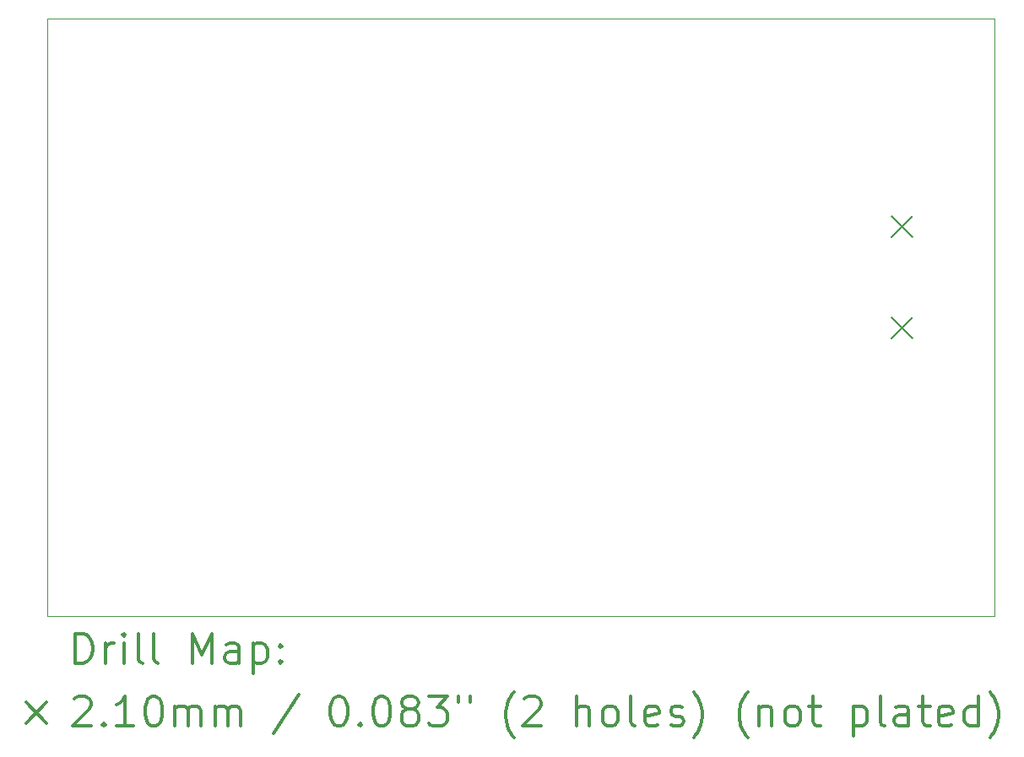
<source format=gbr>
%FSLAX45Y45*%
G04 Gerber Fmt 4.5, Leading zero omitted, Abs format (unit mm)*
G04 Created by KiCad (PCBNEW (2017-06-02 revision ac9a64a)-master) date Sun Jun 11 20:53:38 2017*
%MOMM*%
%LPD*%
G01*
G04 APERTURE LIST*
%ADD10C,0.127000*%
%ADD11C,0.100000*%
%ADD12C,0.200000*%
%ADD13C,0.300000*%
G04 APERTURE END LIST*
D10*
D11*
X8500000Y-11500000D02*
X8500000Y-5500000D01*
X18000000Y-11500000D02*
X8500000Y-11500000D01*
X18000000Y-5500000D02*
X18000000Y-11500000D01*
X8500000Y-5500000D02*
X18000000Y-5500000D01*
D12*
X16965000Y-7487000D02*
X17175000Y-7697000D01*
X17175000Y-7487000D02*
X16965000Y-7697000D01*
X16965000Y-8503000D02*
X17175000Y-8713000D01*
X17175000Y-8503000D02*
X16965000Y-8713000D01*
D13*
X8781428Y-11970714D02*
X8781428Y-11670714D01*
X8852857Y-11670714D01*
X8895714Y-11685000D01*
X8924286Y-11713571D01*
X8938571Y-11742143D01*
X8952857Y-11799286D01*
X8952857Y-11842143D01*
X8938571Y-11899286D01*
X8924286Y-11927857D01*
X8895714Y-11956429D01*
X8852857Y-11970714D01*
X8781428Y-11970714D01*
X9081428Y-11970714D02*
X9081428Y-11770714D01*
X9081428Y-11827857D02*
X9095714Y-11799286D01*
X9110000Y-11785000D01*
X9138571Y-11770714D01*
X9167143Y-11770714D01*
X9267143Y-11970714D02*
X9267143Y-11770714D01*
X9267143Y-11670714D02*
X9252857Y-11685000D01*
X9267143Y-11699286D01*
X9281428Y-11685000D01*
X9267143Y-11670714D01*
X9267143Y-11699286D01*
X9452857Y-11970714D02*
X9424286Y-11956429D01*
X9410000Y-11927857D01*
X9410000Y-11670714D01*
X9610000Y-11970714D02*
X9581428Y-11956429D01*
X9567143Y-11927857D01*
X9567143Y-11670714D01*
X9952857Y-11970714D02*
X9952857Y-11670714D01*
X10052857Y-11885000D01*
X10152857Y-11670714D01*
X10152857Y-11970714D01*
X10424286Y-11970714D02*
X10424286Y-11813571D01*
X10410000Y-11785000D01*
X10381428Y-11770714D01*
X10324286Y-11770714D01*
X10295714Y-11785000D01*
X10424286Y-11956429D02*
X10395714Y-11970714D01*
X10324286Y-11970714D01*
X10295714Y-11956429D01*
X10281428Y-11927857D01*
X10281428Y-11899286D01*
X10295714Y-11870714D01*
X10324286Y-11856429D01*
X10395714Y-11856429D01*
X10424286Y-11842143D01*
X10567143Y-11770714D02*
X10567143Y-12070714D01*
X10567143Y-11785000D02*
X10595714Y-11770714D01*
X10652857Y-11770714D01*
X10681428Y-11785000D01*
X10695714Y-11799286D01*
X10710000Y-11827857D01*
X10710000Y-11913571D01*
X10695714Y-11942143D01*
X10681428Y-11956429D01*
X10652857Y-11970714D01*
X10595714Y-11970714D01*
X10567143Y-11956429D01*
X10838571Y-11942143D02*
X10852857Y-11956429D01*
X10838571Y-11970714D01*
X10824286Y-11956429D01*
X10838571Y-11942143D01*
X10838571Y-11970714D01*
X10838571Y-11785000D02*
X10852857Y-11799286D01*
X10838571Y-11813571D01*
X10824286Y-11799286D01*
X10838571Y-11785000D01*
X10838571Y-11813571D01*
X8285000Y-12360000D02*
X8495000Y-12570000D01*
X8495000Y-12360000D02*
X8285000Y-12570000D01*
X8767143Y-12329286D02*
X8781428Y-12315000D01*
X8810000Y-12300714D01*
X8881428Y-12300714D01*
X8910000Y-12315000D01*
X8924286Y-12329286D01*
X8938571Y-12357857D01*
X8938571Y-12386429D01*
X8924286Y-12429286D01*
X8752857Y-12600714D01*
X8938571Y-12600714D01*
X9067143Y-12572143D02*
X9081428Y-12586429D01*
X9067143Y-12600714D01*
X9052857Y-12586429D01*
X9067143Y-12572143D01*
X9067143Y-12600714D01*
X9367143Y-12600714D02*
X9195714Y-12600714D01*
X9281428Y-12600714D02*
X9281428Y-12300714D01*
X9252857Y-12343571D01*
X9224286Y-12372143D01*
X9195714Y-12386429D01*
X9552857Y-12300714D02*
X9581428Y-12300714D01*
X9610000Y-12315000D01*
X9624286Y-12329286D01*
X9638571Y-12357857D01*
X9652857Y-12415000D01*
X9652857Y-12486429D01*
X9638571Y-12543571D01*
X9624286Y-12572143D01*
X9610000Y-12586429D01*
X9581428Y-12600714D01*
X9552857Y-12600714D01*
X9524286Y-12586429D01*
X9510000Y-12572143D01*
X9495714Y-12543571D01*
X9481428Y-12486429D01*
X9481428Y-12415000D01*
X9495714Y-12357857D01*
X9510000Y-12329286D01*
X9524286Y-12315000D01*
X9552857Y-12300714D01*
X9781428Y-12600714D02*
X9781428Y-12400714D01*
X9781428Y-12429286D02*
X9795714Y-12415000D01*
X9824286Y-12400714D01*
X9867143Y-12400714D01*
X9895714Y-12415000D01*
X9910000Y-12443571D01*
X9910000Y-12600714D01*
X9910000Y-12443571D02*
X9924286Y-12415000D01*
X9952857Y-12400714D01*
X9995714Y-12400714D01*
X10024286Y-12415000D01*
X10038571Y-12443571D01*
X10038571Y-12600714D01*
X10181428Y-12600714D02*
X10181428Y-12400714D01*
X10181428Y-12429286D02*
X10195714Y-12415000D01*
X10224286Y-12400714D01*
X10267143Y-12400714D01*
X10295714Y-12415000D01*
X10310000Y-12443571D01*
X10310000Y-12600714D01*
X10310000Y-12443571D02*
X10324286Y-12415000D01*
X10352857Y-12400714D01*
X10395714Y-12400714D01*
X10424286Y-12415000D01*
X10438571Y-12443571D01*
X10438571Y-12600714D01*
X11024286Y-12286429D02*
X10767143Y-12672143D01*
X11410000Y-12300714D02*
X11438571Y-12300714D01*
X11467143Y-12315000D01*
X11481428Y-12329286D01*
X11495714Y-12357857D01*
X11510000Y-12415000D01*
X11510000Y-12486429D01*
X11495714Y-12543571D01*
X11481428Y-12572143D01*
X11467143Y-12586429D01*
X11438571Y-12600714D01*
X11410000Y-12600714D01*
X11381428Y-12586429D01*
X11367143Y-12572143D01*
X11352857Y-12543571D01*
X11338571Y-12486429D01*
X11338571Y-12415000D01*
X11352857Y-12357857D01*
X11367143Y-12329286D01*
X11381428Y-12315000D01*
X11410000Y-12300714D01*
X11638571Y-12572143D02*
X11652857Y-12586429D01*
X11638571Y-12600714D01*
X11624286Y-12586429D01*
X11638571Y-12572143D01*
X11638571Y-12600714D01*
X11838571Y-12300714D02*
X11867143Y-12300714D01*
X11895714Y-12315000D01*
X11910000Y-12329286D01*
X11924286Y-12357857D01*
X11938571Y-12415000D01*
X11938571Y-12486429D01*
X11924286Y-12543571D01*
X11910000Y-12572143D01*
X11895714Y-12586429D01*
X11867143Y-12600714D01*
X11838571Y-12600714D01*
X11810000Y-12586429D01*
X11795714Y-12572143D01*
X11781428Y-12543571D01*
X11767143Y-12486429D01*
X11767143Y-12415000D01*
X11781428Y-12357857D01*
X11795714Y-12329286D01*
X11810000Y-12315000D01*
X11838571Y-12300714D01*
X12110000Y-12429286D02*
X12081428Y-12415000D01*
X12067143Y-12400714D01*
X12052857Y-12372143D01*
X12052857Y-12357857D01*
X12067143Y-12329286D01*
X12081428Y-12315000D01*
X12110000Y-12300714D01*
X12167143Y-12300714D01*
X12195714Y-12315000D01*
X12210000Y-12329286D01*
X12224286Y-12357857D01*
X12224286Y-12372143D01*
X12210000Y-12400714D01*
X12195714Y-12415000D01*
X12167143Y-12429286D01*
X12110000Y-12429286D01*
X12081428Y-12443571D01*
X12067143Y-12457857D01*
X12052857Y-12486429D01*
X12052857Y-12543571D01*
X12067143Y-12572143D01*
X12081428Y-12586429D01*
X12110000Y-12600714D01*
X12167143Y-12600714D01*
X12195714Y-12586429D01*
X12210000Y-12572143D01*
X12224286Y-12543571D01*
X12224286Y-12486429D01*
X12210000Y-12457857D01*
X12195714Y-12443571D01*
X12167143Y-12429286D01*
X12324286Y-12300714D02*
X12510000Y-12300714D01*
X12410000Y-12415000D01*
X12452857Y-12415000D01*
X12481428Y-12429286D01*
X12495714Y-12443571D01*
X12510000Y-12472143D01*
X12510000Y-12543571D01*
X12495714Y-12572143D01*
X12481428Y-12586429D01*
X12452857Y-12600714D01*
X12367143Y-12600714D01*
X12338571Y-12586429D01*
X12324286Y-12572143D01*
X12624286Y-12300714D02*
X12624286Y-12357857D01*
X12738571Y-12300714D02*
X12738571Y-12357857D01*
X13181428Y-12715000D02*
X13167143Y-12700714D01*
X13138571Y-12657857D01*
X13124286Y-12629286D01*
X13110000Y-12586429D01*
X13095714Y-12515000D01*
X13095714Y-12457857D01*
X13110000Y-12386429D01*
X13124286Y-12343571D01*
X13138571Y-12315000D01*
X13167143Y-12272143D01*
X13181428Y-12257857D01*
X13281428Y-12329286D02*
X13295714Y-12315000D01*
X13324286Y-12300714D01*
X13395714Y-12300714D01*
X13424286Y-12315000D01*
X13438571Y-12329286D01*
X13452857Y-12357857D01*
X13452857Y-12386429D01*
X13438571Y-12429286D01*
X13267143Y-12600714D01*
X13452857Y-12600714D01*
X13810000Y-12600714D02*
X13810000Y-12300714D01*
X13938571Y-12600714D02*
X13938571Y-12443571D01*
X13924286Y-12415000D01*
X13895714Y-12400714D01*
X13852857Y-12400714D01*
X13824286Y-12415000D01*
X13810000Y-12429286D01*
X14124286Y-12600714D02*
X14095714Y-12586429D01*
X14081428Y-12572143D01*
X14067143Y-12543571D01*
X14067143Y-12457857D01*
X14081428Y-12429286D01*
X14095714Y-12415000D01*
X14124286Y-12400714D01*
X14167143Y-12400714D01*
X14195714Y-12415000D01*
X14210000Y-12429286D01*
X14224286Y-12457857D01*
X14224286Y-12543571D01*
X14210000Y-12572143D01*
X14195714Y-12586429D01*
X14167143Y-12600714D01*
X14124286Y-12600714D01*
X14395714Y-12600714D02*
X14367143Y-12586429D01*
X14352857Y-12557857D01*
X14352857Y-12300714D01*
X14624286Y-12586429D02*
X14595714Y-12600714D01*
X14538571Y-12600714D01*
X14510000Y-12586429D01*
X14495714Y-12557857D01*
X14495714Y-12443571D01*
X14510000Y-12415000D01*
X14538571Y-12400714D01*
X14595714Y-12400714D01*
X14624286Y-12415000D01*
X14638571Y-12443571D01*
X14638571Y-12472143D01*
X14495714Y-12500714D01*
X14752857Y-12586429D02*
X14781428Y-12600714D01*
X14838571Y-12600714D01*
X14867143Y-12586429D01*
X14881428Y-12557857D01*
X14881428Y-12543571D01*
X14867143Y-12515000D01*
X14838571Y-12500714D01*
X14795714Y-12500714D01*
X14767143Y-12486429D01*
X14752857Y-12457857D01*
X14752857Y-12443571D01*
X14767143Y-12415000D01*
X14795714Y-12400714D01*
X14838571Y-12400714D01*
X14867143Y-12415000D01*
X14981428Y-12715000D02*
X14995714Y-12700714D01*
X15024286Y-12657857D01*
X15038571Y-12629286D01*
X15052857Y-12586429D01*
X15067143Y-12515000D01*
X15067143Y-12457857D01*
X15052857Y-12386429D01*
X15038571Y-12343571D01*
X15024286Y-12315000D01*
X14995714Y-12272143D01*
X14981428Y-12257857D01*
X15524286Y-12715000D02*
X15510000Y-12700714D01*
X15481428Y-12657857D01*
X15467143Y-12629286D01*
X15452857Y-12586429D01*
X15438571Y-12515000D01*
X15438571Y-12457857D01*
X15452857Y-12386429D01*
X15467143Y-12343571D01*
X15481428Y-12315000D01*
X15510000Y-12272143D01*
X15524286Y-12257857D01*
X15638571Y-12400714D02*
X15638571Y-12600714D01*
X15638571Y-12429286D02*
X15652857Y-12415000D01*
X15681428Y-12400714D01*
X15724286Y-12400714D01*
X15752857Y-12415000D01*
X15767143Y-12443571D01*
X15767143Y-12600714D01*
X15952857Y-12600714D02*
X15924286Y-12586429D01*
X15910000Y-12572143D01*
X15895714Y-12543571D01*
X15895714Y-12457857D01*
X15910000Y-12429286D01*
X15924286Y-12415000D01*
X15952857Y-12400714D01*
X15995714Y-12400714D01*
X16024286Y-12415000D01*
X16038571Y-12429286D01*
X16052857Y-12457857D01*
X16052857Y-12543571D01*
X16038571Y-12572143D01*
X16024286Y-12586429D01*
X15995714Y-12600714D01*
X15952857Y-12600714D01*
X16138571Y-12400714D02*
X16252857Y-12400714D01*
X16181428Y-12300714D02*
X16181428Y-12557857D01*
X16195714Y-12586429D01*
X16224286Y-12600714D01*
X16252857Y-12600714D01*
X16581428Y-12400714D02*
X16581428Y-12700714D01*
X16581428Y-12415000D02*
X16610000Y-12400714D01*
X16667143Y-12400714D01*
X16695714Y-12415000D01*
X16710000Y-12429286D01*
X16724286Y-12457857D01*
X16724286Y-12543571D01*
X16710000Y-12572143D01*
X16695714Y-12586429D01*
X16667143Y-12600714D01*
X16610000Y-12600714D01*
X16581428Y-12586429D01*
X16895714Y-12600714D02*
X16867143Y-12586429D01*
X16852857Y-12557857D01*
X16852857Y-12300714D01*
X17138571Y-12600714D02*
X17138571Y-12443571D01*
X17124286Y-12415000D01*
X17095714Y-12400714D01*
X17038571Y-12400714D01*
X17010000Y-12415000D01*
X17138571Y-12586429D02*
X17110000Y-12600714D01*
X17038571Y-12600714D01*
X17010000Y-12586429D01*
X16995714Y-12557857D01*
X16995714Y-12529286D01*
X17010000Y-12500714D01*
X17038571Y-12486429D01*
X17110000Y-12486429D01*
X17138571Y-12472143D01*
X17238571Y-12400714D02*
X17352857Y-12400714D01*
X17281428Y-12300714D02*
X17281428Y-12557857D01*
X17295714Y-12586429D01*
X17324286Y-12600714D01*
X17352857Y-12600714D01*
X17567143Y-12586429D02*
X17538571Y-12600714D01*
X17481428Y-12600714D01*
X17452857Y-12586429D01*
X17438571Y-12557857D01*
X17438571Y-12443571D01*
X17452857Y-12415000D01*
X17481428Y-12400714D01*
X17538571Y-12400714D01*
X17567143Y-12415000D01*
X17581428Y-12443571D01*
X17581428Y-12472143D01*
X17438571Y-12500714D01*
X17838571Y-12600714D02*
X17838571Y-12300714D01*
X17838571Y-12586429D02*
X17810000Y-12600714D01*
X17752857Y-12600714D01*
X17724286Y-12586429D01*
X17710000Y-12572143D01*
X17695714Y-12543571D01*
X17695714Y-12457857D01*
X17710000Y-12429286D01*
X17724286Y-12415000D01*
X17752857Y-12400714D01*
X17810000Y-12400714D01*
X17838571Y-12415000D01*
X17952857Y-12715000D02*
X17967143Y-12700714D01*
X17995714Y-12657857D01*
X18010000Y-12629286D01*
X18024286Y-12586429D01*
X18038571Y-12515000D01*
X18038571Y-12457857D01*
X18024286Y-12386429D01*
X18010000Y-12343571D01*
X17995714Y-12315000D01*
X17967143Y-12272143D01*
X17952857Y-12257857D01*
M02*

</source>
